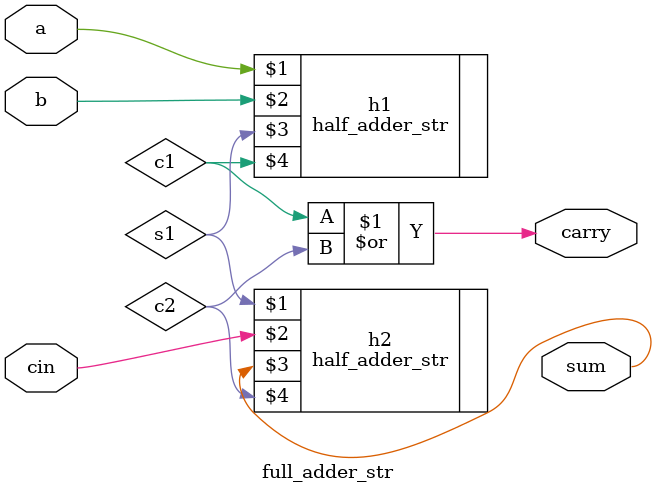
<source format=v>
`timescale 1ns / 1ps


module full_adder_str(a,b,cin,sum,carry);
    input a,b,cin;
    output sum,carry;
    
    wire s1,c1,c2;
    half_adder_str h1(a,b,s1,c1);
    half_adder_str h2(s1,cin,sum,c2);
    or o2(carry,c1,c2);
endmodule

</source>
